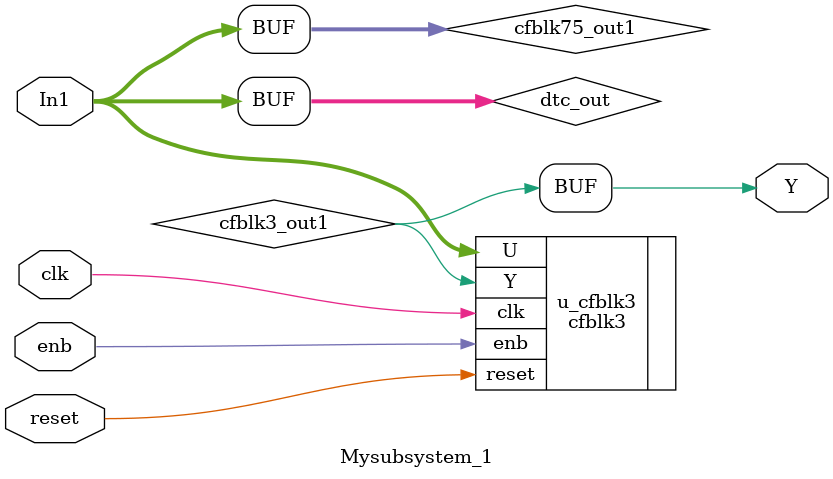
<source format=v>



`timescale 1 ns / 1 ns

module Mysubsystem_1
          (clk,
           reset,
           enb,
           In1,
           Y);


  input   clk;
  input   reset;
  input   enb;
  input   [15:0] In1;  // uint16
  output  Y;


  wire [15:0] dtc_out;  // ufix16
  wire [15:0] cfblk75_out1;  // uint16
  wire cfblk3_out1;


  assign dtc_out = In1;



  assign cfblk75_out1 = dtc_out;



  cfblk3 u_cfblk3 (.clk(clk),
                   .reset(reset),
                   .enb(enb),
                   .U(cfblk75_out1),  // uint16
                   .Y(cfblk3_out1)
                   );

  assign Y = cfblk3_out1;

endmodule  // Mysubsystem_1


</source>
